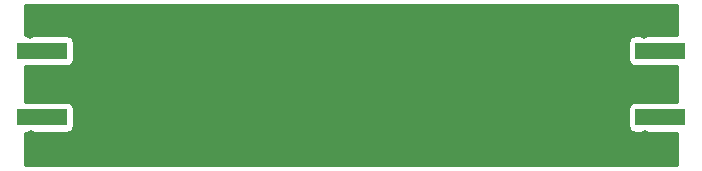
<source format=gbr>
G04 #@! TF.GenerationSoftware,KiCad,Pcbnew,(5.0.2)-1*
G04 #@! TF.CreationDate,2020-07-18T19:28:28+02:00*
G04 #@! TF.ProjectId,PCB,5043422e-6b69-4636-9164-5f7063625858,rev?*
G04 #@! TF.SameCoordinates,Original*
G04 #@! TF.FileFunction,Copper,L2,Bot*
G04 #@! TF.FilePolarity,Positive*
%FSLAX46Y46*%
G04 Gerber Fmt 4.6, Leading zero omitted, Abs format (unit mm)*
G04 Created by KiCad (PCBNEW (5.0.2)-1) date 07/18/20 19:28:28*
%MOMM*%
%LPD*%
G01*
G04 APERTURE LIST*
G04 #@! TA.AperFunction,SMDPad,CuDef*
%ADD10R,4.200000X1.350000*%
G04 #@! TD*
G04 #@! TA.AperFunction,ViaPad*
%ADD11C,0.800000*%
G04 #@! TD*
G04 #@! TA.AperFunction,Conductor*
%ADD12C,0.254000*%
G04 #@! TD*
G04 APERTURE END LIST*
D10*
G04 #@! TO.P,,2*
G04 #@! TO.N,Earth*
X114500000Y-97575000D03*
X114500000Y-103225000D03*
G04 #@! TD*
G04 #@! TO.P,,2*
G04 #@! TO.N,Earth*
X166900000Y-97575000D03*
X166900000Y-103225000D03*
G04 #@! TD*
D11*
G04 #@! TO.N,Earth*
X137500000Y-96200000D03*
X141500000Y-96200000D03*
X149500000Y-96200000D03*
X145500000Y-96200000D03*
X165500000Y-96200000D03*
X157500000Y-96200000D03*
X161500000Y-96200000D03*
X153500000Y-96200000D03*
X149500000Y-94100000D03*
X113500000Y-96200000D03*
X141500000Y-94100000D03*
X153500000Y-94100000D03*
X137500000Y-94100000D03*
X133500000Y-94100000D03*
X117500000Y-94100000D03*
X129500000Y-94100000D03*
X157500000Y-94100000D03*
X165500000Y-94100000D03*
X125500000Y-94100000D03*
X145500000Y-94100000D03*
X121500000Y-94100000D03*
X113500000Y-94100000D03*
X133500000Y-96200000D03*
X117500000Y-96200000D03*
X125500000Y-96200000D03*
X161500000Y-94100000D03*
X129500000Y-96200000D03*
X121500000Y-96200000D03*
X135400000Y-95200000D03*
X115400000Y-95200000D03*
X127400000Y-95200000D03*
X131400000Y-95200000D03*
X123400000Y-95200000D03*
X119400000Y-95200000D03*
X139400000Y-95200000D03*
X151400000Y-95200000D03*
X147400000Y-95200000D03*
X167400000Y-95200000D03*
X155400000Y-95200000D03*
X143400000Y-95200000D03*
X163400000Y-95200000D03*
X159400000Y-95200000D03*
X139500000Y-105800000D03*
X143500000Y-105800000D03*
X151500000Y-105800000D03*
X147500000Y-105800000D03*
X167500000Y-105800000D03*
X159500000Y-105800000D03*
X163500000Y-105800000D03*
X155500000Y-105800000D03*
X115500000Y-105800000D03*
X135500000Y-105800000D03*
X119500000Y-105800000D03*
X127500000Y-105800000D03*
X131500000Y-105800000D03*
X123500000Y-105800000D03*
X137600000Y-104700000D03*
X141600000Y-104700000D03*
X149600000Y-104700000D03*
X145600000Y-104700000D03*
X165600000Y-104700000D03*
X157600000Y-104700000D03*
X161600000Y-104700000D03*
X153600000Y-104700000D03*
X113600000Y-104700000D03*
X133600000Y-104700000D03*
X117600000Y-104700000D03*
X125600000Y-104700000D03*
X129600000Y-104700000D03*
X121600000Y-104700000D03*
X121600000Y-106800000D03*
X133600000Y-106800000D03*
X125600000Y-106800000D03*
X129600000Y-106800000D03*
X145600000Y-106800000D03*
X137600000Y-106800000D03*
X141600000Y-106800000D03*
X149600000Y-106800000D03*
X161600000Y-106800000D03*
X165600000Y-106800000D03*
X153600000Y-106800000D03*
X157600000Y-106800000D03*
X113600000Y-106800000D03*
X117600000Y-106800000D03*
G04 #@! TD*
D12*
G04 #@! TO.N,Earth*
G36*
X168290000Y-96252560D02*
X164800000Y-96252560D01*
X164552235Y-96301843D01*
X164342191Y-96442191D01*
X164201843Y-96652235D01*
X164152560Y-96900000D01*
X164152560Y-98250000D01*
X164201843Y-98497765D01*
X164342191Y-98707809D01*
X164552235Y-98848157D01*
X164800000Y-98897440D01*
X168290000Y-98897440D01*
X168290001Y-101902560D01*
X164800000Y-101902560D01*
X164552235Y-101951843D01*
X164342191Y-102092191D01*
X164201843Y-102302235D01*
X164152560Y-102550000D01*
X164152560Y-103900000D01*
X164201843Y-104147765D01*
X164342191Y-104357809D01*
X164552235Y-104498157D01*
X164800000Y-104547440D01*
X168290001Y-104547440D01*
X168290001Y-107290000D01*
X113110000Y-107290000D01*
X113110000Y-104547440D01*
X116600000Y-104547440D01*
X116847765Y-104498157D01*
X117057809Y-104357809D01*
X117198157Y-104147765D01*
X117247440Y-103900000D01*
X117247440Y-102550000D01*
X117198157Y-102302235D01*
X117057809Y-102092191D01*
X116847765Y-101951843D01*
X116600000Y-101902560D01*
X113110000Y-101902560D01*
X113110000Y-98897440D01*
X116600000Y-98897440D01*
X116847765Y-98848157D01*
X117057809Y-98707809D01*
X117198157Y-98497765D01*
X117247440Y-98250000D01*
X117247440Y-96900000D01*
X117198157Y-96652235D01*
X117057809Y-96442191D01*
X116847765Y-96301843D01*
X116600000Y-96252560D01*
X113110000Y-96252560D01*
X113110000Y-93710000D01*
X168290000Y-93710000D01*
X168290000Y-96252560D01*
X168290000Y-96252560D01*
G37*
X168290000Y-96252560D02*
X164800000Y-96252560D01*
X164552235Y-96301843D01*
X164342191Y-96442191D01*
X164201843Y-96652235D01*
X164152560Y-96900000D01*
X164152560Y-98250000D01*
X164201843Y-98497765D01*
X164342191Y-98707809D01*
X164552235Y-98848157D01*
X164800000Y-98897440D01*
X168290000Y-98897440D01*
X168290001Y-101902560D01*
X164800000Y-101902560D01*
X164552235Y-101951843D01*
X164342191Y-102092191D01*
X164201843Y-102302235D01*
X164152560Y-102550000D01*
X164152560Y-103900000D01*
X164201843Y-104147765D01*
X164342191Y-104357809D01*
X164552235Y-104498157D01*
X164800000Y-104547440D01*
X168290001Y-104547440D01*
X168290001Y-107290000D01*
X113110000Y-107290000D01*
X113110000Y-104547440D01*
X116600000Y-104547440D01*
X116847765Y-104498157D01*
X117057809Y-104357809D01*
X117198157Y-104147765D01*
X117247440Y-103900000D01*
X117247440Y-102550000D01*
X117198157Y-102302235D01*
X117057809Y-102092191D01*
X116847765Y-101951843D01*
X116600000Y-101902560D01*
X113110000Y-101902560D01*
X113110000Y-98897440D01*
X116600000Y-98897440D01*
X116847765Y-98848157D01*
X117057809Y-98707809D01*
X117198157Y-98497765D01*
X117247440Y-98250000D01*
X117247440Y-96900000D01*
X117198157Y-96652235D01*
X117057809Y-96442191D01*
X116847765Y-96301843D01*
X116600000Y-96252560D01*
X113110000Y-96252560D01*
X113110000Y-93710000D01*
X168290000Y-93710000D01*
X168290000Y-96252560D01*
G04 #@! TD*
M02*

</source>
